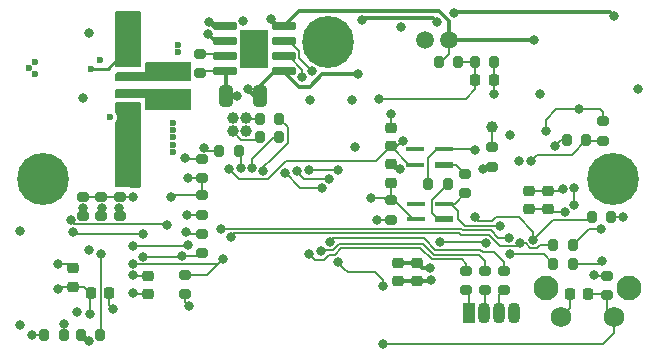
<source format=gbr>
%TF.GenerationSoftware,KiCad,Pcbnew,(6.0.7)*%
%TF.CreationDate,2022-10-18T17:16:59-04:00*%
%TF.ProjectId,PCB,5043422e-6b69-4636-9164-5f7063625858,rev?*%
%TF.SameCoordinates,Original*%
%TF.FileFunction,Copper,L4,Bot*%
%TF.FilePolarity,Positive*%
%FSLAX46Y46*%
G04 Gerber Fmt 4.6, Leading zero omitted, Abs format (unit mm)*
G04 Created by KiCad (PCBNEW (6.0.7)) date 2022-10-18 17:16:59*
%MOMM*%
%LPD*%
G01*
G04 APERTURE LIST*
G04 Aperture macros list*
%AMRoundRect*
0 Rectangle with rounded corners*
0 $1 Rounding radius*
0 $2 $3 $4 $5 $6 $7 $8 $9 X,Y pos of 4 corners*
0 Add a 4 corners polygon primitive as box body*
4,1,4,$2,$3,$4,$5,$6,$7,$8,$9,$2,$3,0*
0 Add four circle primitives for the rounded corners*
1,1,$1+$1,$2,$3*
1,1,$1+$1,$4,$5*
1,1,$1+$1,$6,$7*
1,1,$1+$1,$8,$9*
0 Add four rect primitives between the rounded corners*
20,1,$1+$1,$2,$3,$4,$5,0*
20,1,$1+$1,$4,$5,$6,$7,0*
20,1,$1+$1,$6,$7,$8,$9,0*
20,1,$1+$1,$8,$9,$2,$3,0*%
G04 Aperture macros list end*
%TA.AperFunction,ComponentPad*%
%ADD10C,2.100000*%
%TD*%
%TA.AperFunction,ComponentPad*%
%ADD11C,1.750000*%
%TD*%
%TA.AperFunction,ComponentPad*%
%ADD12R,1.070000X1.800000*%
%TD*%
%TA.AperFunction,ComponentPad*%
%ADD13O,1.070000X1.800000*%
%TD*%
%TA.AperFunction,ComponentPad*%
%ADD14C,1.508000*%
%TD*%
%TA.AperFunction,ComponentPad*%
%ADD15C,0.700000*%
%TD*%
%TA.AperFunction,ComponentPad*%
%ADD16C,4.400000*%
%TD*%
%TA.AperFunction,SMDPad,CuDef*%
%ADD17RoundRect,0.042000X-0.943000X-0.258000X0.943000X-0.258000X0.943000X0.258000X-0.943000X0.258000X0*%
%TD*%
%TA.AperFunction,SMDPad,CuDef*%
%ADD18R,2.413000X3.302000*%
%TD*%
%TA.AperFunction,SMDPad,CuDef*%
%ADD19RoundRect,0.225000X-0.250000X0.225000X-0.250000X-0.225000X0.250000X-0.225000X0.250000X0.225000X0*%
%TD*%
%TA.AperFunction,SMDPad,CuDef*%
%ADD20RoundRect,0.200000X0.200000X0.275000X-0.200000X0.275000X-0.200000X-0.275000X0.200000X-0.275000X0*%
%TD*%
%TA.AperFunction,SMDPad,CuDef*%
%ADD21RoundRect,0.225000X0.225000X0.250000X-0.225000X0.250000X-0.225000X-0.250000X0.225000X-0.250000X0*%
%TD*%
%TA.AperFunction,SMDPad,CuDef*%
%ADD22R,1.500000X0.400000*%
%TD*%
%TA.AperFunction,SMDPad,CuDef*%
%ADD23R,1.500000X0.500000*%
%TD*%
%TA.AperFunction,SMDPad,CuDef*%
%ADD24RoundRect,0.200000X-0.275000X0.200000X-0.275000X-0.200000X0.275000X-0.200000X0.275000X0.200000X0*%
%TD*%
%TA.AperFunction,SMDPad,CuDef*%
%ADD25RoundRect,0.200000X-0.200000X-0.275000X0.200000X-0.275000X0.200000X0.275000X-0.200000X0.275000X0*%
%TD*%
%TA.AperFunction,SMDPad,CuDef*%
%ADD26RoundRect,0.200000X0.275000X-0.200000X0.275000X0.200000X-0.275000X0.200000X-0.275000X-0.200000X0*%
%TD*%
%TA.AperFunction,SMDPad,CuDef*%
%ADD27RoundRect,0.250000X-0.325000X-0.650000X0.325000X-0.650000X0.325000X0.650000X-0.325000X0.650000X0*%
%TD*%
%TA.AperFunction,SMDPad,CuDef*%
%ADD28RoundRect,0.225000X-0.225000X-0.250000X0.225000X-0.250000X0.225000X0.250000X-0.225000X0.250000X0*%
%TD*%
%TA.AperFunction,SMDPad,CuDef*%
%ADD29RoundRect,0.225000X0.250000X-0.225000X0.250000X0.225000X-0.250000X0.225000X-0.250000X-0.225000X0*%
%TD*%
%TA.AperFunction,SMDPad,CuDef*%
%ADD30C,1.000000*%
%TD*%
%TA.AperFunction,ViaPad*%
%ADD31C,0.800000*%
%TD*%
%TA.AperFunction,ViaPad*%
%ADD32C,0.600000*%
%TD*%
%TA.AperFunction,ViaPad*%
%ADD33C,0.500000*%
%TD*%
%TA.AperFunction,ViaPad*%
%ADD34C,1.000000*%
%TD*%
%TA.AperFunction,Conductor*%
%ADD35C,0.200000*%
%TD*%
%TA.AperFunction,Conductor*%
%ADD36C,0.250000*%
%TD*%
%TA.AperFunction,Conductor*%
%ADD37C,0.350000*%
%TD*%
%TA.AperFunction,Conductor*%
%ADD38C,0.300000*%
%TD*%
G04 APERTURE END LIST*
D10*
%TO.P,SW3,*%
%TO.N,*%
X244120000Y-114910000D03*
X237110000Y-114910000D03*
D11*
%TO.P,SW3,1,1*%
%TO.N,SESSION_BUTTON*%
X242870000Y-117400000D03*
%TO.P,SW3,2,2*%
%TO.N,GND*%
X238370000Y-117400000D03*
%TD*%
D12*
%TO.P,D6,1,RA*%
%TO.N,Net-(D6-Pad1)*%
X230600000Y-117070000D03*
D13*
%TO.P,D6,2,GA*%
%TO.N,Net-(D6-Pad2)*%
X231870000Y-117070000D03*
%TO.P,D6,3,BA*%
%TO.N,Net-(D6-Pad3)*%
X233140000Y-117070000D03*
%TO.P,D6,4,K*%
%TO.N,GND*%
X234410000Y-117070000D03*
%TD*%
D14*
%TO.P,J2,1,Pin_1*%
%TO.N,+BATT*%
X228870000Y-93910000D03*
%TO.P,J2,2,Pin_2*%
%TO.N,GND*%
X226870000Y-93910000D03*
%TD*%
D15*
%TO.P,H1,1*%
%TO.N,N/C*%
X241633274Y-104533274D03*
X242800000Y-107350000D03*
X244450000Y-105700000D03*
X241633274Y-106866726D03*
X241150000Y-105700000D03*
X243966726Y-106866726D03*
X243966726Y-104533274D03*
D16*
X242800000Y-105700000D03*
D15*
X242800000Y-104050000D03*
%TD*%
D16*
%TO.P,H3,1*%
%TO.N,N/C*%
X218650000Y-94100000D03*
D15*
X219816726Y-95266726D03*
X217483274Y-95266726D03*
X219816726Y-92933274D03*
X218650000Y-95750000D03*
X220300000Y-94100000D03*
X217000000Y-94100000D03*
X217483274Y-92933274D03*
X218650000Y-92450000D03*
%TD*%
%TO.P,H2,1*%
%TO.N,N/C*%
X194500000Y-104050000D03*
X195666726Y-104533274D03*
X192850000Y-105700000D03*
X193333274Y-104533274D03*
D16*
X194500000Y-105700000D03*
D15*
X195666726Y-106866726D03*
X196150000Y-105700000D03*
X194500000Y-107350000D03*
X193333274Y-106866726D03*
%TD*%
D17*
%TO.P,U3,1,TEMP*%
%TO.N,GND*%
X209950000Y-96580000D03*
%TO.P,U3,2,PROG*%
%TO.N,Net-(R20-Pad2)*%
X209950000Y-95310000D03*
%TO.P,U3,3,GND*%
%TO.N,GND*%
X209950000Y-94040000D03*
%TO.P,U3,4,VCC*%
%TO.N,+5V*%
X209950000Y-92770000D03*
%TO.P,U3,5,BAT*%
%TO.N,+BATT*%
X214900000Y-92770000D03*
%TO.P,U3,6,~{STDBY}*%
%TO.N,~{STDBY}*%
X214900000Y-94040000D03*
%TO.P,U3,7,~{CHRG}*%
%TO.N,~{CHRG}*%
X214900000Y-95310000D03*
%TO.P,U3,8,CE*%
%TO.N,+5V*%
X214900000Y-96580000D03*
D18*
%TO.P,U3,9,EP*%
%TO.N,unconnected-(U3-Pad9)*%
X212425000Y-94675000D03*
%TD*%
D19*
%TO.P,C3,1*%
%TO.N,+3.3V*%
X224590000Y-112835000D03*
%TO.P,C3,2*%
%TO.N,GND*%
X224590000Y-114385000D03*
%TD*%
D20*
%TO.P,R6,1*%
%TO.N,Net-(R5-Pad2)*%
X240515000Y-102430000D03*
%TO.P,R6,2*%
%TO.N,GND*%
X238865000Y-102430000D03*
%TD*%
D21*
%TO.P,C28,1*%
%TO.N,SESSION_BUTTON*%
X240705000Y-115450000D03*
%TO.P,C28,2*%
%TO.N,GND*%
X239155000Y-115450000D03*
%TD*%
D22*
%TO.P,Q2,1,S*%
%TO.N,PROG_RTS*%
X228485000Y-107805000D03*
D23*
%TO.P,Q2,2,G*%
%TO.N,Net-(Q2-Pad2)*%
X228485000Y-109105000D03*
D22*
%TO.P,Q2,3,D*%
%TO.N,~{RESET}*%
X226085000Y-109105000D03*
%TO.P,Q2,4*%
%TO.N,N/C*%
X226085000Y-107805000D03*
%TD*%
D21*
%TO.P,C23,1*%
%TO.N,GND*%
X200125464Y-115400273D03*
%TO.P,C23,2*%
%TO.N,+3.3V*%
X198575464Y-115400273D03*
%TD*%
D24*
%TO.P,R25,1*%
%TO.N,+3.3V*%
X207980000Y-103995000D03*
%TO.P,R25,2*%
%TO.N,I2C_SCL*%
X207980000Y-105645000D03*
%TD*%
D25*
%TO.P,R27,1*%
%TO.N,BATT_READ*%
X231075000Y-95775000D03*
%TO.P,R27,2*%
%TO.N,GND*%
X232725000Y-95775000D03*
%TD*%
D24*
%TO.P,R5,1*%
%TO.N,+5V*%
X241960000Y-100840000D03*
%TO.P,R5,2*%
%TO.N,Net-(R5-Pad2)*%
X241960000Y-102490000D03*
%TD*%
D25*
%TO.P,R3,1*%
%TO.N,GND*%
X209465000Y-103322500D03*
%TO.P,R3,2*%
%TO.N,Net-(R3-Pad2)*%
X211115000Y-103322500D03*
%TD*%
D24*
%TO.P,R24,1*%
%TO.N,+3.3V*%
X207960000Y-110325000D03*
%TO.P,R24,2*%
%TO.N,I2C_SDA*%
X207960000Y-111975000D03*
%TD*%
D19*
%TO.P,C9,1*%
%TO.N,+3.3V*%
X237260000Y-106715000D03*
%TO.P,C9,2*%
%TO.N,GND*%
X237260000Y-108265000D03*
%TD*%
D25*
%TO.P,R42,1*%
%TO.N,unconnected-(R42-Pad1)*%
X212895000Y-102180000D03*
%TO.P,R42,2*%
%TO.N,JTAG_TDO*%
X214545000Y-102180000D03*
%TD*%
D26*
%TO.P,R20,1*%
%TO.N,GND*%
X207830000Y-96765000D03*
%TO.P,R20,2*%
%TO.N,Net-(R20-Pad2)*%
X207830000Y-95115000D03*
%TD*%
%TO.P,R18,1*%
%TO.N,Net-(D6-Pad2)*%
X231945000Y-115135000D03*
%TO.P,R18,2*%
%TO.N,RGB_GREEN*%
X231945000Y-113485000D03*
%TD*%
D25*
%TO.P,R26,1*%
%TO.N,+BATT*%
X228025000Y-95775000D03*
%TO.P,R26,2*%
%TO.N,BATT_READ*%
X229675000Y-95775000D03*
%TD*%
D26*
%TO.P,R2,1*%
%TO.N,PROG_RTS*%
X230280000Y-106895000D03*
%TO.P,R2,2*%
%TO.N,Net-(Q1-Pad2)*%
X230280000Y-105245000D03*
%TD*%
D27*
%TO.P,C22,1*%
%TO.N,GND*%
X209975000Y-98660000D03*
%TO.P,C22,2*%
%TO.N,+5V*%
X212925000Y-98660000D03*
%TD*%
D20*
%TO.P,R32,1*%
%TO.N,Net-(R32-Pad1)*%
X239365000Y-112880000D03*
%TO.P,R32,2*%
%TO.N,PROG_RX*%
X237715000Y-112880000D03*
%TD*%
D28*
%TO.P,C25,1*%
%TO.N,BATT_READ*%
X231125000Y-97350000D03*
%TO.P,C25,2*%
%TO.N,GND*%
X232675000Y-97350000D03*
%TD*%
D19*
%TO.P,C24,1*%
%TO.N,GND*%
X197060464Y-113275273D03*
%TO.P,C24,2*%
%TO.N,+3.3V*%
X197060464Y-114825273D03*
%TD*%
D25*
%TO.P,R8,1*%
%TO.N,+3.3V*%
X194645000Y-118910000D03*
%TO.P,R8,2*%
%TO.N,Net-(R8-Pad2)*%
X196295000Y-118910000D03*
%TD*%
D24*
%TO.P,R15,2*%
%TO.N,Net-(R15-Pad2)*%
X201015000Y-108865000D03*
%TO.P,R15,1*%
%TO.N,+3.3V*%
X201015000Y-107215000D03*
%TD*%
D29*
%TO.P,C2,1*%
%TO.N,~{RESET}*%
X223960000Y-106030000D03*
%TO.P,C2,2*%
%TO.N,GND*%
X223960000Y-104480000D03*
%TD*%
D26*
%TO.P,R4,1*%
%TO.N,+3.3V*%
X223960000Y-109175000D03*
%TO.P,R4,2*%
%TO.N,~{RESET}*%
X223960000Y-107525000D03*
%TD*%
D20*
%TO.P,R35,1*%
%TO.N,Net-(R35-Pad1)*%
X242625000Y-108960000D03*
%TO.P,R35,2*%
%TO.N,PROG_DTR*%
X240975000Y-108960000D03*
%TD*%
D30*
%TO.P,TP7,1,1*%
%TO.N,Net-(R34-Pad1)*%
X232540000Y-101280000D03*
%TD*%
D24*
%TO.P,R21,1*%
%TO.N,+3.3V*%
X242240000Y-113895000D03*
%TO.P,R21,2*%
%TO.N,SESSION_BUTTON*%
X242240000Y-115545000D03*
%TD*%
D22*
%TO.P,Q1,1,S*%
%TO.N,PROG_DTR*%
X228450000Y-103190000D03*
D23*
%TO.P,Q1,2,G*%
%TO.N,Net-(Q1-Pad2)*%
X228450000Y-104490000D03*
D22*
%TO.P,Q1,3,D*%
%TO.N,GPIO0*%
X226050000Y-104490000D03*
%TO.P,Q1,4*%
%TO.N,N/C*%
X226050000Y-103190000D03*
%TD*%
D26*
%TO.P,R11,1*%
%TO.N,+3.3V*%
X206540000Y-115475000D03*
%TO.P,R11,2*%
%TO.N,~{BNO_RST}*%
X206540000Y-113825000D03*
%TD*%
D20*
%TO.P,R31,1*%
%TO.N,Net-(R31-Pad1)*%
X239365000Y-111340000D03*
%TO.P,R31,2*%
%TO.N,PROG_TX*%
X237715000Y-111340000D03*
%TD*%
D19*
%TO.P,C10,1*%
%TO.N,+3.3V*%
X235710000Y-106715000D03*
%TO.P,C10,2*%
%TO.N,GND*%
X235710000Y-108265000D03*
%TD*%
%TO.P,C11,1*%
%TO.N,Net-(C11-Pad1)*%
X203450000Y-113885000D03*
%TO.P,C11,2*%
%TO.N,GND*%
X203450000Y-115435000D03*
%TD*%
D24*
%TO.P,R37,1*%
%TO.N,I2C_SCL*%
X208000000Y-107100000D03*
%TO.P,R37,2*%
%TO.N,Net-(R37-Pad2)*%
X208000000Y-108750000D03*
%TD*%
D25*
%TO.P,R39,1*%
%TO.N,unconnected-(R39-Pad1)*%
X212895000Y-100630000D03*
%TO.P,R39,2*%
%TO.N,JTAG_TDI*%
X214545000Y-100630000D03*
%TD*%
D29*
%TO.P,C20,1*%
%TO.N,GPIO0*%
X223960000Y-102930000D03*
%TO.P,C20,2*%
%TO.N,GND*%
X223960000Y-101380000D03*
%TD*%
D24*
%TO.P,R7,2*%
%TO.N,Net-(R7-Pad2)*%
X197925000Y-108855000D03*
%TO.P,R7,1*%
%TO.N,+3.3V*%
X197925000Y-107205000D03*
%TD*%
D20*
%TO.P,R38,1*%
%TO.N,BNO_INTERRUPT*%
X199360000Y-118920000D03*
%TO.P,R38,2*%
%TO.N,Net-(R38-Pad2)*%
X197710000Y-118920000D03*
%TD*%
D26*
%TO.P,R17,1*%
%TO.N,Net-(D6-Pad1)*%
X230370000Y-115135000D03*
%TO.P,R17,2*%
%TO.N,RGB_RED*%
X230370000Y-113485000D03*
%TD*%
D24*
%TO.P,R34,1*%
%TO.N,Net-(R34-Pad1)*%
X232550000Y-103015000D03*
%TO.P,R34,2*%
%TO.N,PROG_CTS*%
X232550000Y-104665000D03*
%TD*%
%TO.P,R16,2*%
%TO.N,Net-(R16-Pad2)*%
X199475000Y-108870000D03*
%TO.P,R16,1*%
%TO.N,+3.3V*%
X199475000Y-107220000D03*
%TD*%
D25*
%TO.P,R1,1*%
%TO.N,PROG_DTR*%
X227135000Y-106130000D03*
%TO.P,R1,2*%
%TO.N,Net-(Q2-Pad2)*%
X228785000Y-106130000D03*
%TD*%
D26*
%TO.P,R28,1*%
%TO.N,Net-(D6-Pad3)*%
X233520000Y-115135000D03*
%TO.P,R28,2*%
%TO.N,RGB_BLUE*%
X233520000Y-113485000D03*
%TD*%
D19*
%TO.P,C1,1*%
%TO.N,+3.3V*%
X226170000Y-112835000D03*
%TO.P,C1,2*%
%TO.N,GND*%
X226170000Y-114385000D03*
%TD*%
D31*
%TO.N,+3.3V*%
X206890000Y-116480000D03*
%TO.N,GND*%
X192610000Y-118060000D03*
X192610000Y-110080000D03*
%TO.N,+3.3V*%
X193570000Y-118910000D03*
%TO.N,Net-(R8-Pad2)*%
X196300000Y-117980000D03*
%TO.N,BNO_INTERRUPT*%
X199450000Y-112040000D03*
%TO.N,GND*%
X198430000Y-111720000D03*
%TO.N,I2C_SCL*%
X205000000Y-109600000D03*
X196870000Y-109200000D03*
%TO.N,Net-(R15-Pad2)*%
X200990000Y-108164500D03*
%TO.N,I2C_SDA*%
X202970000Y-112276889D03*
X202970000Y-110400000D03*
X197050000Y-110200000D03*
%TO.N,Net-(R16-Pad2)*%
X199510000Y-108169500D03*
%TO.N,Net-(R7-Pad2)*%
X197930000Y-108154500D03*
%TO.N,GND*%
X202150000Y-115360000D03*
%TO.N,Net-(C11-Pad1)*%
X202150000Y-113860000D03*
%TO.N,~{BNO_RST}*%
X202130000Y-112870000D03*
%TO.N,BNO_INTERRUPT*%
X206840000Y-111260000D03*
X202120000Y-111360000D03*
%TO.N,I2C_SDA*%
X206254754Y-112226389D03*
%TO.N,Net-(R38-Pad2)*%
X198455000Y-119450000D03*
%TO.N,USB_D+*%
X239510000Y-107924500D03*
X239510378Y-106500378D03*
%TO.N,+5V*%
X208550496Y-92442987D03*
X227892345Y-92417655D03*
X229340000Y-91660000D03*
X242900000Y-91940000D03*
X239897372Y-99801872D03*
X211840000Y-98084500D03*
X221510000Y-92264500D03*
X237080000Y-101650000D03*
X221210000Y-96800000D03*
%TO.N,GPIO0*%
X224967457Y-102491185D03*
X210290000Y-104840000D03*
%TO.N,~{RESET}*%
X222310000Y-107280000D03*
%TO.N,+BATT*%
X213800000Y-92190000D03*
X236090000Y-93910000D03*
%TO.N,Net-(R5-Pad2)*%
X235850500Y-104164500D03*
D32*
%TO.N,Vin*%
X201290000Y-94450000D03*
X198624500Y-96360000D03*
X201290000Y-93210000D03*
X201290000Y-95080000D03*
X201290000Y-93830000D03*
D31*
%TO.N,+3.3V*%
X222800000Y-109205500D03*
X227331435Y-113238972D03*
D32*
X201110000Y-100350000D03*
D31*
X206630000Y-110200000D03*
X195801203Y-115047273D03*
D32*
X201110000Y-100970000D03*
D31*
X206520000Y-103960000D03*
X241180000Y-113880000D03*
D32*
X200950000Y-104250000D03*
X201110000Y-101590000D03*
D31*
X202155000Y-107255000D03*
X198520964Y-117160273D03*
X234851018Y-104158075D03*
X238511191Y-106525500D03*
%TO.N,RGB_RED*%
X217076892Y-112100982D03*
X218162933Y-106465234D03*
X215037823Y-105205997D03*
%TO.N,RGB_GREEN*%
X216026464Y-105059047D03*
X218030000Y-111800000D03*
X218770381Y-105671502D03*
%TO.N,RGB_BLUE*%
X219490498Y-104972002D03*
X217020000Y-104950000D03*
X218790998Y-111012682D03*
%TO.N,~{CHRG}*%
X216477844Y-97105812D03*
%TO.N,~{STDBY}*%
X217315937Y-96561197D03*
%TO.N,Net-(R3-Pad2)*%
X211250743Y-104768426D03*
%TO.N,~{BNO_RST}*%
X209750000Y-112520000D03*
%TO.N,SESSION_BUTTON*%
X223300000Y-114740000D03*
X223320000Y-119660000D03*
X219490498Y-112772998D03*
%TO.N,I2C_SCL*%
X206820000Y-105660000D03*
X205350000Y-107200000D03*
%TO.N,PROG_DTR*%
X231100000Y-103260000D03*
X231070000Y-108950500D03*
X236050000Y-110840000D03*
%TO.N,BATT_READ*%
X222948453Y-98895317D03*
%TO.N,PROG_RTS*%
X232022286Y-111167214D03*
X233230000Y-109650000D03*
X228099500Y-111004500D03*
%TO.N,PROG_TX*%
X234882691Y-111161752D03*
X210398907Y-110604500D03*
%TO.N,PROG_RX*%
X234050000Y-112074000D03*
X209630000Y-109930000D03*
X234010000Y-110674500D03*
%TO.N,PROG_CTS*%
X231769500Y-104890000D03*
%TO.N,GND*%
X208480000Y-93440000D03*
X227372362Y-114237637D03*
D32*
X193310000Y-96320000D03*
D31*
X232700000Y-98500000D03*
D32*
X205980000Y-94940000D03*
D31*
X220720000Y-99050000D03*
X197390464Y-116950273D03*
D32*
X200171110Y-100472067D03*
X205980000Y-94340000D03*
D31*
X211495649Y-92292141D03*
X238682748Y-108485445D03*
X224721622Y-104847739D03*
D32*
X205530000Y-103410000D03*
D31*
X200470464Y-116750273D03*
D32*
X205530000Y-100950000D03*
X199370000Y-95624500D03*
D31*
X223960000Y-100220000D03*
X217150000Y-99020000D03*
D32*
X205530000Y-101560000D03*
D31*
X224850000Y-92814500D03*
X237910000Y-102940000D03*
X195770962Y-112920273D03*
D32*
X205530000Y-102790000D03*
D31*
X208180000Y-103045500D03*
D32*
X193840000Y-96800000D03*
X193830000Y-95780000D03*
D31*
X210965656Y-98661093D03*
X234100000Y-101970000D03*
X236630000Y-98500000D03*
X220980000Y-102970000D03*
X244880000Y-98050000D03*
X198460000Y-93340000D03*
X197935000Y-98865000D03*
D32*
X205530000Y-102170000D03*
D33*
%TO.N,Net-(L1-Pad1)*%
X205760000Y-97160000D03*
X203210000Y-97080000D03*
X202190000Y-97080000D03*
X202700000Y-97090000D03*
X205760000Y-96130000D03*
X205770000Y-96650000D03*
%TO.N,Net-(L1-Pad2)*%
X203210000Y-98470000D03*
X205740000Y-98880000D03*
X205740000Y-98360000D03*
X205740000Y-99400000D03*
X202200000Y-98490000D03*
X202710000Y-98490000D03*
D31*
%TO.N,Net-(R31-Pad1)*%
X241780000Y-109930000D03*
%TO.N,Net-(R32-Pad1)*%
X241810000Y-112650000D03*
%TO.N,Net-(R35-Pad1)*%
X243600000Y-108940000D03*
%TO.N,Net-(R37-Pad2)*%
X206750000Y-108750000D03*
%TO.N,JTAG_TDI*%
X213175188Y-105009119D03*
%TO.N,JTAG_TDO*%
X212200000Y-104790000D03*
D34*
%TO.N,unconnected-(R39-Pad1)*%
X211729357Y-100510547D03*
%TO.N,unconnected-(R40-Pad1)*%
X211740000Y-101660000D03*
%TO.N,unconnected-(R41-Pad1)*%
X210579898Y-100520540D03*
%TO.N,unconnected-(R42-Pad1)*%
X210570000Y-101670000D03*
%TD*%
D35*
%TO.N,+3.3V*%
X206540000Y-116130000D02*
X206890000Y-116480000D01*
X206540000Y-115475000D02*
X206540000Y-116130000D01*
X194645000Y-118910000D02*
X193570000Y-118910000D01*
%TO.N,Net-(R8-Pad2)*%
X196300000Y-117980000D02*
X196300000Y-118905000D01*
X196300000Y-118905000D02*
X196295000Y-118910000D01*
%TO.N,BNO_INTERRUPT*%
X199425464Y-118854536D02*
X199360000Y-118920000D01*
X199450000Y-112040000D02*
X199425464Y-112064536D01*
X199425464Y-112064536D02*
X199425464Y-118854536D01*
%TO.N,I2C_SCL*%
X197190000Y-109520000D02*
X204920000Y-109520000D01*
X204920000Y-109520000D02*
X205000000Y-109600000D01*
X196870000Y-109200000D02*
X197190000Y-109520000D01*
%TO.N,Net-(R15-Pad2)*%
X200990000Y-108840000D02*
X201015000Y-108865000D01*
X200990000Y-108164500D02*
X200990000Y-108840000D01*
%TO.N,I2C_SDA*%
X206204254Y-112276889D02*
X206254754Y-112226389D01*
X202970000Y-112276889D02*
X206204254Y-112276889D01*
X197050000Y-110200000D02*
X197240000Y-110390000D01*
X202960000Y-110390000D02*
X202970000Y-110400000D01*
X197240000Y-110390000D02*
X202960000Y-110390000D01*
%TO.N,Net-(R16-Pad2)*%
X199510000Y-108169500D02*
X199510000Y-108835000D01*
X199510000Y-108835000D02*
X199475000Y-108870000D01*
%TO.N,Net-(R7-Pad2)*%
X197930000Y-108154500D02*
X197930000Y-108850000D01*
X197930000Y-108850000D02*
X197925000Y-108855000D01*
%TO.N,GND*%
X202225000Y-115435000D02*
X202150000Y-115360000D01*
X203450000Y-115435000D02*
X202225000Y-115435000D01*
%TO.N,Net-(C11-Pad1)*%
X202175000Y-113885000D02*
X202150000Y-113860000D01*
X203450000Y-113885000D02*
X202175000Y-113885000D01*
%TO.N,~{BNO_RST}*%
X208445000Y-113825000D02*
X206540000Y-113825000D01*
X209750000Y-112520000D02*
X208445000Y-113825000D01*
X202186389Y-112926389D02*
X202130000Y-112870000D01*
X203333661Y-112926389D02*
X202186389Y-112926389D01*
X209343611Y-112926389D02*
X203333661Y-112926389D01*
%TO.N,BNO_INTERRUPT*%
X206840000Y-111260000D02*
X206740000Y-111360000D01*
X206740000Y-111360000D02*
X202120000Y-111360000D01*
D36*
%TO.N,Net-(R38-Pad2)*%
X197925000Y-118920000D02*
X198455000Y-119450000D01*
X197710000Y-118920000D02*
X197925000Y-118920000D01*
D35*
%TO.N,USB_D+*%
X239510378Y-106500378D02*
X239510378Y-107924122D01*
X239510378Y-107924122D02*
X239510000Y-107924500D01*
D37*
%TO.N,+5V*%
X227892345Y-92417655D02*
X227892345Y-92402345D01*
D35*
X241701872Y-99801872D02*
X239897372Y-99801872D01*
X241960000Y-100840000D02*
X241960000Y-100060000D01*
D37*
X227892345Y-92402345D02*
X227530000Y-92040000D01*
D35*
X239897372Y-99801872D02*
X237978128Y-99801872D01*
D37*
X209950000Y-92770000D02*
X208877509Y-92770000D01*
X214200000Y-96580000D02*
X214900000Y-96580000D01*
X221734500Y-92040000D02*
X221510000Y-92264500D01*
X217092338Y-97880812D02*
X218173150Y-96800000D01*
D35*
X237978128Y-99801872D02*
X237080000Y-100700000D01*
D37*
X214900000Y-96623984D02*
X216156828Y-97880812D01*
X227530000Y-92040000D02*
X221734500Y-92040000D01*
X208877509Y-92770000D02*
X208550496Y-92442987D01*
X212925000Y-98660000D02*
X212925000Y-97855000D01*
D35*
X241960000Y-100060000D02*
X241701872Y-99801872D01*
D37*
X214900000Y-96580000D02*
X214900000Y-96623984D01*
D38*
X212415500Y-98660000D02*
X211840000Y-98084500D01*
D35*
X237080000Y-100700000D02*
X237080000Y-101650000D01*
D37*
X242550000Y-91580000D02*
X242900000Y-91930000D01*
X229420000Y-91580000D02*
X229340000Y-91660000D01*
X218173150Y-96800000D02*
X221210000Y-96800000D01*
X242900000Y-91930000D02*
X242900000Y-91940000D01*
D38*
X212925000Y-98660000D02*
X212415500Y-98660000D01*
D37*
X229530000Y-91580000D02*
X229420000Y-91580000D01*
X242550000Y-91580000D02*
X229530000Y-91580000D01*
X216156828Y-97880812D02*
X217092338Y-97880812D01*
X212925000Y-97855000D02*
X214200000Y-96580000D01*
D35*
%TO.N,Net-(Q1-Pad2)*%
X230280000Y-105245000D02*
X229525000Y-104490000D01*
X229525000Y-104490000D02*
X228450000Y-104490000D01*
%TO.N,GPIO0*%
X215093870Y-104160000D02*
X222730000Y-104160000D01*
X211479119Y-105709119D02*
X211159119Y-105709119D01*
X211479119Y-105709119D02*
X213544751Y-105709119D01*
X223960000Y-102930000D02*
X224528642Y-102930000D01*
X226050000Y-104490000D02*
X225520000Y-104490000D01*
X224528642Y-102930000D02*
X224967457Y-102491185D01*
X211159119Y-105709119D02*
X210290000Y-104840000D01*
X225520000Y-104490000D02*
X223960000Y-102930000D01*
X213544751Y-105709119D02*
X215093870Y-104160000D01*
X222730000Y-104160000D02*
X223960000Y-102930000D01*
%TO.N,Net-(Q2-Pad2)*%
X228785000Y-106130000D02*
X227435000Y-107480000D01*
X227985000Y-109105000D02*
X228485000Y-109105000D01*
X227435000Y-108555000D02*
X227985000Y-109105000D01*
X227435000Y-107480000D02*
X227435000Y-108555000D01*
%TO.N,~{RESET}*%
X223960000Y-107555000D02*
X223695000Y-107555000D01*
X223695000Y-107555000D02*
X223420000Y-107280000D01*
X223960000Y-106030000D02*
X223960000Y-107555000D01*
X224285000Y-107555000D02*
X223960000Y-107555000D01*
X223420000Y-107280000D02*
X222310000Y-107280000D01*
X225835000Y-109105000D02*
X224285000Y-107555000D01*
X226085000Y-109105000D02*
X225835000Y-109105000D01*
%TO.N,+BATT*%
X228870000Y-93910000D02*
X228870000Y-95120000D01*
D37*
X216180000Y-91490000D02*
X214900000Y-92770000D01*
X228060000Y-91490000D02*
X216180000Y-91490000D01*
X214380000Y-92770000D02*
X213800000Y-92190000D01*
X228870000Y-92300000D02*
X228060000Y-91490000D01*
X228870000Y-93910000D02*
X236090000Y-93910000D01*
D35*
X228215000Y-95775000D02*
X228025000Y-95775000D01*
D37*
X214900000Y-92770000D02*
X214380000Y-92770000D01*
D35*
X228870000Y-95120000D02*
X228215000Y-95775000D01*
D37*
X228870000Y-93910000D02*
X228870000Y-92300000D01*
D35*
%TO.N,Net-(R5-Pad2)*%
X240575000Y-102490000D02*
X240515000Y-102430000D01*
X241960000Y-102490000D02*
X240575000Y-102490000D01*
X239305000Y-103640000D02*
X236375000Y-103640000D01*
X240515000Y-102430000D02*
X239305000Y-103640000D01*
X236375000Y-103640000D02*
X235850500Y-104164500D01*
D36*
%TO.N,Vin*%
X201290000Y-95080000D02*
X200010000Y-96360000D01*
X200010000Y-96360000D02*
X198624500Y-96360000D01*
D35*
%TO.N,+3.3V*%
X198520964Y-117160273D02*
X198520964Y-115454773D01*
X237260000Y-106715000D02*
X235710000Y-106715000D01*
D38*
X227331435Y-113238972D02*
X226573972Y-113238972D01*
X224590000Y-112835000D02*
X226170000Y-112835000D01*
D35*
X237260000Y-106715000D02*
X238321691Y-106715000D01*
X223960000Y-109175000D02*
X222830500Y-109175000D01*
X199475000Y-107220000D02*
X201010000Y-107220000D01*
D38*
X226573972Y-113238972D02*
X226170000Y-112835000D01*
D35*
X197925000Y-107205000D02*
X199460000Y-107205000D01*
X207980000Y-103995000D02*
X206555000Y-103995000D01*
X241195000Y-113895000D02*
X241180000Y-113880000D01*
X198000464Y-114825273D02*
X198575464Y-115400273D01*
X201015000Y-107215000D02*
X202115000Y-107215000D01*
X197060464Y-114825273D02*
X196023203Y-114825273D01*
X197060464Y-114825273D02*
X198000464Y-114825273D01*
X222830500Y-109175000D02*
X222800000Y-109205500D01*
X207960000Y-110325000D02*
X206755000Y-110325000D01*
X198520964Y-115454773D02*
X198575464Y-115400273D01*
X196023203Y-114825273D02*
X195801203Y-115047273D01*
X206755000Y-110325000D02*
X206630000Y-110200000D01*
X242240000Y-113895000D02*
X241195000Y-113895000D01*
X238321691Y-106715000D02*
X238511191Y-106525500D01*
X206555000Y-103995000D02*
X206520000Y-103960000D01*
%TO.N,RGB_RED*%
X218290000Y-112580000D02*
X217555910Y-112580000D01*
X217555910Y-112580000D02*
X217076892Y-112100982D01*
X215055997Y-105205997D02*
X215037823Y-105205997D01*
X218162933Y-106465234D02*
X216315234Y-106465234D01*
X226519314Y-111600686D02*
X226498628Y-111580000D01*
X229994500Y-112504500D02*
X228420000Y-112504500D01*
X219779316Y-111580000D02*
X219246634Y-112112682D01*
X218757318Y-112112682D02*
X218290000Y-112580000D01*
X221470000Y-111580000D02*
X219820000Y-111580000D01*
X228420000Y-112504500D02*
X227423128Y-112504500D01*
X230370000Y-113485000D02*
X230370000Y-112880000D01*
X219820000Y-111580000D02*
X219779316Y-111580000D01*
X216315234Y-106465234D02*
X215055997Y-105205997D01*
X227423128Y-112504500D02*
X226519314Y-111600686D01*
X219246634Y-112112682D02*
X218757318Y-112112682D01*
X226498628Y-111580000D02*
X221470000Y-111580000D01*
X230370000Y-112880000D02*
X229994500Y-112504500D01*
%TO.N,RGB_GREEN*%
X231945000Y-112650685D02*
X231398815Y-112104500D01*
X216026464Y-105076464D02*
X216026464Y-105059047D01*
X227588814Y-112104500D02*
X226664314Y-111180000D01*
X231398815Y-112104500D02*
X227588814Y-112104500D01*
X219613630Y-111180000D02*
X219080948Y-111712682D01*
X231945000Y-113485000D02*
X231945000Y-112650685D01*
X226664314Y-111180000D02*
X219890000Y-111180000D01*
X219890000Y-111180000D02*
X219613630Y-111180000D01*
X218117318Y-111712682D02*
X218030000Y-111800000D01*
X216621502Y-105671502D02*
X216026464Y-105076464D01*
X219080948Y-111712682D02*
X218117318Y-111712682D01*
X218770381Y-105671502D02*
X216621502Y-105671502D01*
%TO.N,RGB_BLUE*%
X226755000Y-110705000D02*
X219098680Y-110705000D01*
X231564500Y-111704500D02*
X227754500Y-111704500D01*
X219490498Y-104972002D02*
X217042002Y-104972002D01*
X227754500Y-111704500D02*
X226830000Y-110780000D01*
X233520000Y-112750000D02*
X232690000Y-111920000D01*
X226830000Y-110780000D02*
X226755000Y-110705000D01*
X233520000Y-113485000D02*
X233520000Y-112750000D01*
X231780000Y-111920000D02*
X231564500Y-111704500D01*
X217042002Y-104972002D02*
X217020000Y-104950000D01*
X232690000Y-111920000D02*
X231780000Y-111920000D01*
X219098680Y-110705000D02*
X218790998Y-111012682D01*
%TO.N,~{CHRG}*%
X216477844Y-97105812D02*
X216477844Y-96473183D01*
X215314661Y-95310000D02*
X214900000Y-95310000D01*
X216477844Y-96473183D02*
X215314661Y-95310000D01*
%TO.N,~{STDBY}*%
X216185000Y-95430260D02*
X216185000Y-94910339D01*
X216185000Y-94910339D02*
X215314661Y-94040000D01*
X217315937Y-96561197D02*
X216185000Y-95430260D01*
X215314661Y-94040000D02*
X214900000Y-94040000D01*
%TO.N,Net-(R3-Pad2)*%
X211250743Y-104768426D02*
X211250743Y-103458243D01*
X211250743Y-103458243D02*
X211115000Y-103322500D01*
%TO.N,~{BNO_RST}*%
X209750000Y-112520000D02*
X209343611Y-112926389D01*
%TO.N,Net-(D6-Pad1)*%
X230600000Y-115365000D02*
X230600000Y-117070000D01*
X230370000Y-115135000D02*
X230600000Y-115365000D01*
%TO.N,Net-(R20-Pad2)*%
X209755000Y-95115000D02*
X209950000Y-95310000D01*
X207830000Y-95115000D02*
X209755000Y-95115000D01*
%TO.N,SESSION_BUTTON*%
X220040000Y-113340000D02*
X220310000Y-113610000D01*
X242240000Y-116770000D02*
X242870000Y-117400000D01*
X241970000Y-119660000D02*
X242870000Y-118760000D01*
X242870000Y-118760000D02*
X242870000Y-117400000D01*
X240705000Y-115450000D02*
X242145000Y-115450000D01*
X242240000Y-115545000D02*
X242240000Y-116770000D01*
X219490498Y-112772998D02*
X219490498Y-112790498D01*
X220310000Y-113610000D02*
X222650000Y-113610000D01*
X223320000Y-119660000D02*
X241970000Y-119660000D01*
X242145000Y-115450000D02*
X242240000Y-115545000D01*
X219490498Y-112790498D02*
X220040000Y-113340000D01*
X223300000Y-114260000D02*
X223300000Y-114740000D01*
X222650000Y-113610000D02*
X223300000Y-114260000D01*
%TO.N,I2C_SDA*%
X207960000Y-111975000D02*
X207708611Y-112226389D01*
X207708611Y-112226389D02*
X206254754Y-112226389D01*
%TO.N,I2C_SCL*%
X205450000Y-107100000D02*
X205350000Y-107200000D01*
X206820000Y-105660000D02*
X207965000Y-105660000D01*
X207980000Y-107080000D02*
X208000000Y-107100000D01*
X208000000Y-107100000D02*
X205450000Y-107100000D01*
X207965000Y-105660000D02*
X207980000Y-105645000D01*
X207980000Y-105645000D02*
X207980000Y-107080000D01*
%TO.N,Net-(D6-Pad2)*%
X231945000Y-116995000D02*
X231870000Y-117070000D01*
X231945000Y-115135000D02*
X231945000Y-116995000D01*
%TO.N,Net-(D6-Pad3)*%
X233140000Y-115515000D02*
X233140000Y-117070000D01*
X233520000Y-115135000D02*
X233140000Y-115515000D01*
%TO.N,PROG_DTR*%
X231100000Y-103260000D02*
X231030000Y-103190000D01*
X240749555Y-109185445D02*
X237704555Y-109185445D01*
X227900000Y-103190000D02*
X227135000Y-103955000D01*
X236050000Y-110840000D02*
X236050000Y-110160000D01*
X231369500Y-109250000D02*
X231070000Y-108950500D01*
X232560000Y-109250000D02*
X231369500Y-109250000D01*
X236050000Y-110160000D02*
X234840000Y-108950000D01*
X234840000Y-108950000D02*
X232860000Y-108950000D01*
X228450000Y-103190000D02*
X227900000Y-103190000D01*
X232860000Y-108950000D02*
X232560000Y-109250000D01*
X237704555Y-109185445D02*
X236050000Y-110840000D01*
X227135000Y-103955000D02*
X227135000Y-106130000D01*
X240975000Y-108960000D02*
X240749555Y-109185445D01*
X231030000Y-103190000D02*
X228450000Y-103190000D01*
%TO.N,BATT_READ*%
X229675000Y-95775000D02*
X231075000Y-95775000D01*
X222948453Y-98895317D02*
X230344683Y-98895317D01*
X231075000Y-95775000D02*
X231075000Y-97300000D01*
X230344683Y-98895317D02*
X231125000Y-98115000D01*
X231075000Y-97300000D02*
X231125000Y-97350000D01*
X231125000Y-98115000D02*
X231125000Y-97350000D01*
%TO.N,PROG_RTS*%
X230280000Y-106895000D02*
X229370000Y-107805000D01*
X229035000Y-107805000D02*
X228485000Y-107805000D01*
X229690000Y-108460000D02*
X229035000Y-107805000D01*
X229690000Y-109060000D02*
X229690000Y-108460000D01*
X230280000Y-109650000D02*
X229690000Y-109060000D01*
X228099500Y-111004500D02*
X231859572Y-111004500D01*
X233230000Y-109650000D02*
X230280000Y-109650000D01*
X229370000Y-107805000D02*
X228485000Y-107805000D01*
X231859572Y-111004500D02*
X232022286Y-111167214D01*
%TO.N,PROG_TX*%
X236370000Y-111560000D02*
X235780000Y-111560000D01*
X236590000Y-111340000D02*
X236370000Y-111560000D01*
X234669943Y-111374500D02*
X233218814Y-111374500D01*
X237715000Y-111340000D02*
X236590000Y-111340000D01*
X210698407Y-110305000D02*
X210398907Y-110604500D01*
X229779315Y-110305000D02*
X225670000Y-110305000D01*
X229924315Y-110450000D02*
X229779315Y-110305000D01*
X233218814Y-111374500D02*
X232294315Y-110450000D01*
X235381752Y-111161752D02*
X234882691Y-111161752D01*
X235780000Y-111560000D02*
X235381752Y-111161752D01*
X232294315Y-110450000D02*
X229924315Y-110450000D01*
X234882691Y-111161752D02*
X234669943Y-111374500D01*
X225670000Y-110305000D02*
X210698407Y-110305000D01*
%TO.N,PROG_RX*%
X234050000Y-112074000D02*
X236909000Y-112074000D01*
X232460000Y-110050000D02*
X230090000Y-110050000D01*
X236909000Y-112074000D02*
X237715000Y-112880000D01*
X229945000Y-109905000D02*
X209655000Y-109905000D01*
X233084500Y-110674500D02*
X232460000Y-110050000D01*
X209655000Y-109905000D02*
X209630000Y-109930000D01*
X234010000Y-110674500D02*
X233084500Y-110674500D01*
X230090000Y-110050000D02*
X229945000Y-109905000D01*
%TO.N,PROG_CTS*%
X232325000Y-104890000D02*
X232550000Y-104665000D01*
X231769500Y-104890000D02*
X232325000Y-104890000D01*
D38*
%TO.N,GND*%
X210964563Y-98660000D02*
X210965656Y-98661093D01*
D35*
X209950000Y-96580000D02*
X208015000Y-96580000D01*
X208015000Y-96580000D02*
X207830000Y-96765000D01*
X223960000Y-101380000D02*
X223960000Y-100220000D01*
X235710000Y-108265000D02*
X237260000Y-108265000D01*
X200125464Y-115400273D02*
X200125464Y-116405273D01*
D37*
X209080000Y-94040000D02*
X208480000Y-93440000D01*
D35*
X224721622Y-104847739D02*
X224327739Y-104847739D01*
X209465000Y-103322500D02*
X208457000Y-103322500D01*
X232675000Y-97350000D02*
X232675000Y-95825000D01*
D38*
X227224999Y-114385000D02*
X227372362Y-114237637D01*
X226170000Y-114385000D02*
X224590000Y-114385000D01*
D35*
X232675000Y-97350000D02*
X232675000Y-98475000D01*
X232675000Y-98475000D02*
X232700000Y-98500000D01*
X200125464Y-116405273D02*
X200470464Y-116750273D01*
D38*
X209975000Y-98660000D02*
X210964563Y-98660000D01*
D37*
X209975000Y-96605000D02*
X209950000Y-96580000D01*
D35*
X239155000Y-116615000D02*
X238370000Y-117400000D01*
D38*
X226170000Y-114385000D02*
X227224999Y-114385000D01*
D35*
X224327739Y-104847739D02*
X223960000Y-104480000D01*
X232675000Y-95825000D02*
X232725000Y-95775000D01*
D37*
X209950000Y-94040000D02*
X209080000Y-94040000D01*
D35*
X208457000Y-103322500D02*
X208180000Y-103045500D01*
X196705464Y-112920273D02*
X197060464Y-113275273D01*
X238682748Y-108485445D02*
X237480445Y-108485445D01*
D37*
X209975000Y-98660000D02*
X209975000Y-96605000D01*
D35*
X237480445Y-108485445D02*
X237260000Y-108265000D01*
X239155000Y-115450000D02*
X239155000Y-116615000D01*
X195770962Y-112920273D02*
X196705464Y-112920273D01*
X238420000Y-102430000D02*
X237910000Y-102940000D01*
X238865000Y-102430000D02*
X238420000Y-102430000D01*
%TO.N,Net-(R31-Pad1)*%
X240775000Y-109930000D02*
X241780000Y-109930000D01*
X239365000Y-111340000D02*
X240775000Y-109930000D01*
%TO.N,Net-(R32-Pad1)*%
X241580000Y-112880000D02*
X241810000Y-112650000D01*
X239365000Y-112880000D02*
X241580000Y-112880000D01*
%TO.N,Net-(R34-Pad1)*%
X232550000Y-103015000D02*
X232550000Y-101290000D01*
X232550000Y-101290000D02*
X232540000Y-101280000D01*
%TO.N,Net-(R35-Pad1)*%
X242625000Y-108960000D02*
X243580000Y-108960000D01*
X243580000Y-108960000D02*
X243600000Y-108940000D01*
%TO.N,Net-(R37-Pad2)*%
X208000000Y-108750000D02*
X206750000Y-108750000D01*
%TO.N,JTAG_TDI*%
X213888554Y-104018554D02*
X215245000Y-102662107D01*
X213175188Y-105009119D02*
X213175188Y-104731920D01*
X213175188Y-104731920D02*
X213888554Y-104018554D01*
X215245000Y-101330000D02*
X214545000Y-100630000D01*
X215245000Y-102662107D02*
X215245000Y-101330000D01*
%TO.N,JTAG_TDO*%
X214077107Y-102180000D02*
X214545000Y-102180000D01*
X212200000Y-104790000D02*
X212200000Y-104057107D01*
X212200000Y-104057107D02*
X214077107Y-102180000D01*
%TO.N,unconnected-(R39-Pad1)*%
X212895000Y-100630000D02*
X211848810Y-100630000D01*
X211848810Y-100630000D02*
X211729357Y-100510547D01*
%TO.N,unconnected-(R42-Pad1)*%
X211310000Y-102410000D02*
X210570000Y-101670000D01*
X212895000Y-102180000D02*
X212665000Y-102410000D01*
X212665000Y-102410000D02*
X211310000Y-102410000D01*
%TD*%
%TA.AperFunction,Conductor*%
%TO.N,+3.3V*%
G36*
X202759289Y-99186914D02*
G01*
X202795319Y-99236366D01*
X202800206Y-99267377D01*
X202795774Y-100768913D01*
X202779376Y-106323996D01*
X202779346Y-106334041D01*
X202760267Y-106392176D01*
X202710661Y-106427993D01*
X202679866Y-106432748D01*
X201253910Y-106425837D01*
X200727864Y-106423288D01*
X200669766Y-106404099D01*
X200634042Y-106354425D01*
X200629344Y-106323996D01*
X200645453Y-100873633D01*
X200665910Y-100813661D01*
X200695646Y-100774908D01*
X200756154Y-100628829D01*
X200776792Y-100472067D01*
X200756154Y-100315305D01*
X200695646Y-100169226D01*
X200668278Y-100133559D01*
X200647820Y-100072999D01*
X200650195Y-99269419D01*
X200669275Y-99211285D01*
X200718881Y-99175467D01*
X200749060Y-99170712D01*
X202020574Y-99169001D01*
X202701073Y-99168085D01*
X202759289Y-99186914D01*
G37*
%TD.AperFunction*%
%TD*%
%TA.AperFunction,Conductor*%
%TO.N,Net-(L1-Pad1)*%
G36*
X207029191Y-95818907D02*
G01*
X207065155Y-95868407D01*
X207070000Y-95899000D01*
X207070000Y-96414863D01*
X207064621Y-96444536D01*
X207064764Y-96444570D01*
X207064138Y-96447201D01*
X207063702Y-96449611D01*
X207061149Y-96456420D01*
X207054500Y-96517623D01*
X207054501Y-97012376D01*
X207061149Y-97073580D01*
X207063702Y-97080389D01*
X207064139Y-97082802D01*
X207064764Y-97085431D01*
X207064622Y-97085465D01*
X207070000Y-97115137D01*
X207070000Y-97351000D01*
X207051093Y-97409191D01*
X207001593Y-97445155D01*
X206971000Y-97450000D01*
X200749000Y-97450000D01*
X200690809Y-97431093D01*
X200654845Y-97381593D01*
X200650000Y-97351000D01*
X200650000Y-96789000D01*
X200668907Y-96730809D01*
X200718407Y-96694845D01*
X200749000Y-96690000D01*
X203200000Y-96690000D01*
X203200000Y-95899000D01*
X203218907Y-95840809D01*
X203268407Y-95804845D01*
X203299000Y-95800000D01*
X206971000Y-95800000D01*
X207029191Y-95818907D01*
G37*
%TD.AperFunction*%
%TD*%
%TA.AperFunction,Conductor*%
%TO.N,Net-(L1-Pad2)*%
G36*
X207039191Y-98118907D02*
G01*
X207075155Y-98168407D01*
X207080000Y-98199000D01*
X207080000Y-99801000D01*
X207061093Y-99859191D01*
X207011593Y-99895155D01*
X206981000Y-99900000D01*
X203299000Y-99900000D01*
X203240809Y-99881093D01*
X203204845Y-99831593D01*
X203200000Y-99801000D01*
X203200000Y-98830000D01*
X200749000Y-98830000D01*
X200690809Y-98811093D01*
X200654845Y-98761593D01*
X200650000Y-98731000D01*
X200650000Y-98199000D01*
X200668907Y-98140809D01*
X200718407Y-98104845D01*
X200749000Y-98100000D01*
X206981000Y-98100000D01*
X207039191Y-98118907D01*
G37*
%TD.AperFunction*%
%TD*%
%TA.AperFunction,Conductor*%
%TO.N,Vin*%
G36*
X202759191Y-91519407D02*
G01*
X202795155Y-91568907D01*
X202800000Y-91599500D01*
X202800000Y-96121000D01*
X202781093Y-96179191D01*
X202731593Y-96215155D01*
X202701000Y-96220000D01*
X200749000Y-96220000D01*
X200690809Y-96201093D01*
X200654845Y-96151593D01*
X200650000Y-96121000D01*
X200650000Y-91599500D01*
X200668907Y-91541309D01*
X200718407Y-91505345D01*
X200749000Y-91500500D01*
X202701000Y-91500500D01*
X202759191Y-91519407D01*
G37*
%TD.AperFunction*%
%TD*%
M02*

</source>
